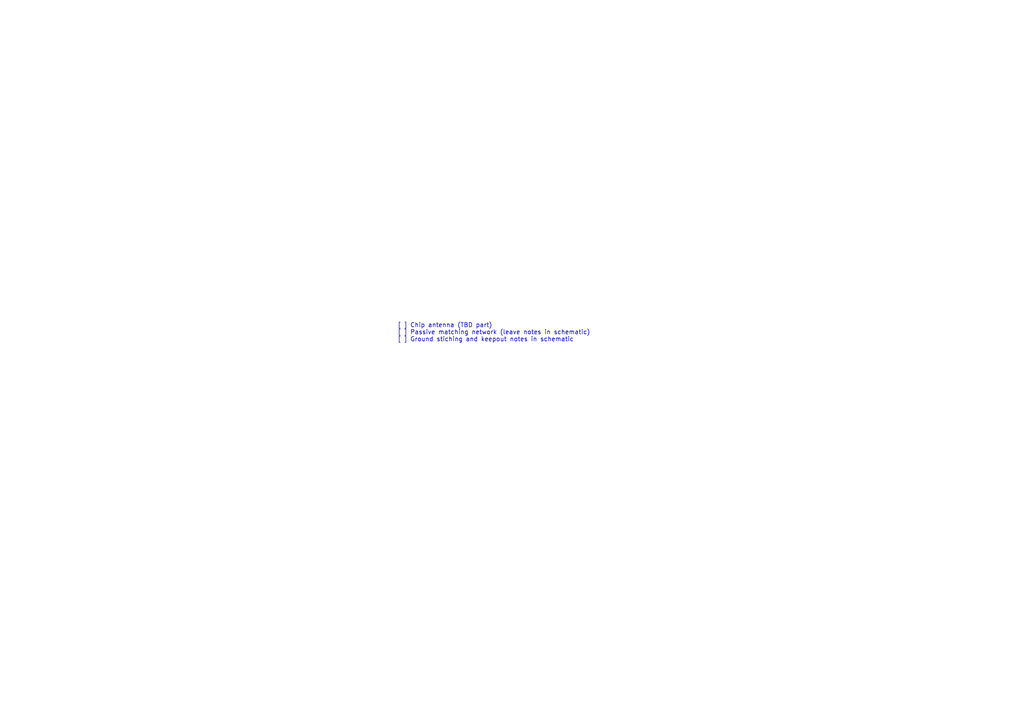
<source format=kicad_sch>
(kicad_sch
	(version 20250114)
	(generator "eeschema")
	(generator_version "9.0")
	(uuid "63c5f6aa-b871-4ff8-9cf3-1a8a9f7ceb74")
	(paper "A4")
	(lib_symbols)
	(text "[ ] Chip antenna (TBD part) \n[ ] Passive matching network (leave notes in schematic) \n[ ] Ground stiching and keepout notes in schematic "
		(exclude_from_sim no)
		(at 115.316 93.726 0)
		(effects
			(font
				(size 1.27 1.27)
			)
			(justify left top)
		)
		(uuid "ae4283b1-bd0a-4d25-a439-bade0f6d0cab")
	)
)

</source>
